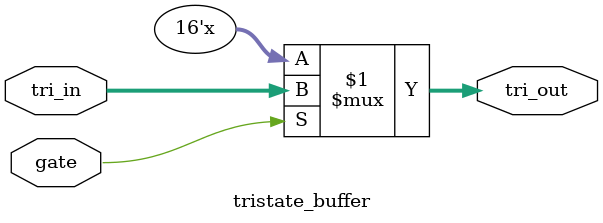
<source format=sv>
module tristate_buffer(input logic	[15:0]	tri_in,
							  input						gate,
							  output logic	[15:0]	tri_out);
							  
		assign tri_out = (gate) ? tri_in : 16'bZZZZZZZZZZZZZZZZ;
		
endmodule

</source>
